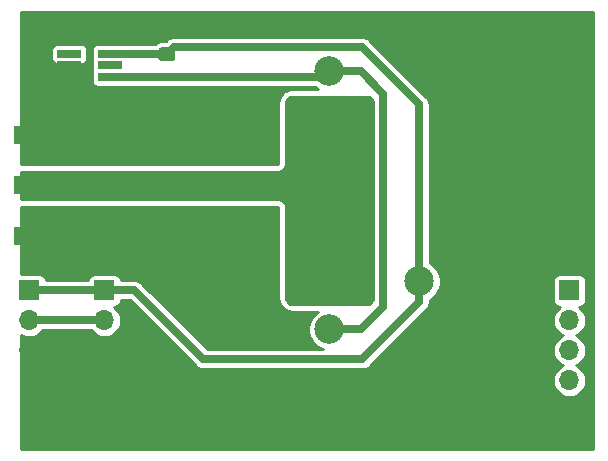
<source format=gbr>
G04 #@! TF.GenerationSoftware,KiCad,Pcbnew,(5.1.0)-1*
G04 #@! TF.CreationDate,2019-05-07T15:27:41-07:00*
G04 #@! TF.ProjectId,ADC Comparators,41444320-436f-46d7-9061-7261746f7273,rev?*
G04 #@! TF.SameCoordinates,Original*
G04 #@! TF.FileFunction,Copper,L2,Bot*
G04 #@! TF.FilePolarity,Positive*
%FSLAX46Y46*%
G04 Gerber Fmt 4.6, Leading zero omitted, Abs format (unit mm)*
G04 Created by KiCad (PCBNEW (5.1.0)-1) date 2019-05-07 15:27:41*
%MOMM*%
%LPD*%
G04 APERTURE LIST*
%ADD10R,2.000000X0.650000*%
%ADD11O,1.700000X1.700000*%
%ADD12R,1.700000X1.700000*%
%ADD13R,5.080000X1.500000*%
%ADD14C,0.100000*%
%ADD15C,1.150000*%
%ADD16C,2.500000*%
%ADD17C,0.635000*%
%ADD18C,0.254000*%
G04 APERTURE END LIST*
D10*
X198560000Y-122870000D03*
X198560000Y-121920000D03*
X198560000Y-120970000D03*
X195140000Y-120970000D03*
X195140000Y-121920000D03*
X195140000Y-122870000D03*
D11*
X237490000Y-148590000D03*
X237490000Y-146050000D03*
X237490000Y-143510000D03*
D12*
X237490000Y-140970000D03*
D13*
X193040000Y-132080000D03*
X193040000Y-127830000D03*
X193040000Y-136330000D03*
D11*
X191770000Y-146050000D03*
X191770000Y-143510000D03*
D12*
X191770000Y-140970000D03*
D11*
X198120000Y-146050000D03*
X198120000Y-143510000D03*
D12*
X198120000Y-140970000D03*
D14*
G36*
X203865005Y-118352704D02*
G01*
X203889273Y-118356304D01*
X203913072Y-118362265D01*
X203936171Y-118370530D01*
X203958350Y-118381020D01*
X203979393Y-118393632D01*
X203999099Y-118408247D01*
X204017277Y-118424723D01*
X204033753Y-118442901D01*
X204048368Y-118462607D01*
X204060980Y-118483650D01*
X204071470Y-118505829D01*
X204079735Y-118528928D01*
X204085696Y-118552727D01*
X204089296Y-118576995D01*
X204090500Y-118601499D01*
X204090500Y-119251501D01*
X204089296Y-119276005D01*
X204085696Y-119300273D01*
X204079735Y-119324072D01*
X204071470Y-119347171D01*
X204060980Y-119369350D01*
X204048368Y-119390393D01*
X204033753Y-119410099D01*
X204017277Y-119428277D01*
X203999099Y-119444753D01*
X203979393Y-119459368D01*
X203958350Y-119471980D01*
X203936171Y-119482470D01*
X203913072Y-119490735D01*
X203889273Y-119496696D01*
X203865005Y-119500296D01*
X203840501Y-119501500D01*
X202940499Y-119501500D01*
X202915995Y-119500296D01*
X202891727Y-119496696D01*
X202867928Y-119490735D01*
X202844829Y-119482470D01*
X202822650Y-119471980D01*
X202801607Y-119459368D01*
X202781901Y-119444753D01*
X202763723Y-119428277D01*
X202747247Y-119410099D01*
X202732632Y-119390393D01*
X202720020Y-119369350D01*
X202709530Y-119347171D01*
X202701265Y-119324072D01*
X202695304Y-119300273D01*
X202691704Y-119276005D01*
X202690500Y-119251501D01*
X202690500Y-118601499D01*
X202691704Y-118576995D01*
X202695304Y-118552727D01*
X202701265Y-118528928D01*
X202709530Y-118505829D01*
X202720020Y-118483650D01*
X202732632Y-118462607D01*
X202747247Y-118442901D01*
X202763723Y-118424723D01*
X202781901Y-118408247D01*
X202801607Y-118393632D01*
X202822650Y-118381020D01*
X202844829Y-118370530D01*
X202867928Y-118362265D01*
X202891727Y-118356304D01*
X202915995Y-118352704D01*
X202940499Y-118351500D01*
X203840501Y-118351500D01*
X203865005Y-118352704D01*
X203865005Y-118352704D01*
G37*
D15*
X203390500Y-118926500D03*
D14*
G36*
X203865005Y-120402704D02*
G01*
X203889273Y-120406304D01*
X203913072Y-120412265D01*
X203936171Y-120420530D01*
X203958350Y-120431020D01*
X203979393Y-120443632D01*
X203999099Y-120458247D01*
X204017277Y-120474723D01*
X204033753Y-120492901D01*
X204048368Y-120512607D01*
X204060980Y-120533650D01*
X204071470Y-120555829D01*
X204079735Y-120578928D01*
X204085696Y-120602727D01*
X204089296Y-120626995D01*
X204090500Y-120651499D01*
X204090500Y-121301501D01*
X204089296Y-121326005D01*
X204085696Y-121350273D01*
X204079735Y-121374072D01*
X204071470Y-121397171D01*
X204060980Y-121419350D01*
X204048368Y-121440393D01*
X204033753Y-121460099D01*
X204017277Y-121478277D01*
X203999099Y-121494753D01*
X203979393Y-121509368D01*
X203958350Y-121521980D01*
X203936171Y-121532470D01*
X203913072Y-121540735D01*
X203889273Y-121546696D01*
X203865005Y-121550296D01*
X203840501Y-121551500D01*
X202940499Y-121551500D01*
X202915995Y-121550296D01*
X202891727Y-121546696D01*
X202867928Y-121540735D01*
X202844829Y-121532470D01*
X202822650Y-121521980D01*
X202801607Y-121509368D01*
X202781901Y-121494753D01*
X202763723Y-121478277D01*
X202747247Y-121460099D01*
X202732632Y-121440393D01*
X202720020Y-121419350D01*
X202709530Y-121397171D01*
X202701265Y-121374072D01*
X202695304Y-121350273D01*
X202691704Y-121326005D01*
X202690500Y-121301501D01*
X202690500Y-120651499D01*
X202691704Y-120626995D01*
X202695304Y-120602727D01*
X202701265Y-120578928D01*
X202709530Y-120555829D01*
X202720020Y-120533650D01*
X202732632Y-120512607D01*
X202747247Y-120492901D01*
X202763723Y-120474723D01*
X202781901Y-120458247D01*
X202801607Y-120443632D01*
X202822650Y-120431020D01*
X202844829Y-120420530D01*
X202867928Y-120412265D01*
X202891727Y-120406304D01*
X202915995Y-120402704D01*
X202940499Y-120401500D01*
X203840501Y-120401500D01*
X203865005Y-120402704D01*
X203865005Y-120402704D01*
G37*
D15*
X203390500Y-120976500D03*
D16*
X235204000Y-133350000D03*
X211328000Y-149352000D03*
X223266000Y-149225000D03*
X230505000Y-149225000D03*
X197358000Y-136652000D03*
X209550000Y-125730000D03*
X224790000Y-140208000D03*
X217170000Y-122428000D03*
X217170000Y-144272000D03*
X217170000Y-127000000D03*
X217170000Y-139700000D03*
D17*
X203384000Y-120970000D02*
X203390500Y-120976500D01*
X198560000Y-120970000D02*
X203384000Y-120970000D01*
X196413822Y-140970000D02*
X191770000Y-140970000D01*
X198120000Y-140970000D02*
X196413822Y-140970000D01*
X204013872Y-120353128D02*
X203390500Y-120976500D01*
X219921128Y-120353128D02*
X204013872Y-120353128D01*
X224790000Y-140208000D02*
X224790000Y-125222000D01*
X224790000Y-125222000D02*
X219921128Y-120353128D01*
X224790000Y-141975766D02*
X224790000Y-140208000D01*
X219953766Y-146812000D02*
X224790000Y-141975766D01*
X206502000Y-146812000D02*
X219953766Y-146812000D01*
X198120000Y-140970000D02*
X200660000Y-140970000D01*
X200660000Y-140970000D02*
X206502000Y-146812000D01*
X219837000Y-122428000D02*
X217170000Y-122428000D01*
X221742000Y-124333000D02*
X219837000Y-122428000D01*
X221742000Y-142367000D02*
X221742000Y-124333000D01*
X217170000Y-144272000D02*
X219837000Y-144272000D01*
X219837000Y-144272000D02*
X221742000Y-142367000D01*
X216728000Y-122870000D02*
X217170000Y-122428000D01*
X198560000Y-122870000D02*
X216728000Y-122870000D01*
X198120000Y-143510000D02*
X191770000Y-143510000D01*
D18*
G36*
X239446601Y-154356600D02*
G01*
X191083400Y-154356600D01*
X191083400Y-144711624D01*
X191238034Y-144794278D01*
X191498806Y-144873383D01*
X191702044Y-144893400D01*
X191837956Y-144893400D01*
X192041194Y-144873383D01*
X192301966Y-144794278D01*
X192542294Y-144665820D01*
X192752944Y-144492944D01*
X192861310Y-144360900D01*
X197028690Y-144360900D01*
X197137056Y-144492944D01*
X197347706Y-144665820D01*
X197588034Y-144794278D01*
X197848806Y-144873383D01*
X198052044Y-144893400D01*
X198187956Y-144893400D01*
X198391194Y-144873383D01*
X198651966Y-144794278D01*
X198892294Y-144665820D01*
X199102944Y-144492944D01*
X199275820Y-144282294D01*
X199404278Y-144041966D01*
X199483383Y-143781194D01*
X199510093Y-143510000D01*
X199483383Y-143238806D01*
X199404278Y-142978034D01*
X199275820Y-142737706D01*
X199102944Y-142527056D01*
X198894487Y-142355980D01*
X198970000Y-142355980D01*
X199074565Y-142345681D01*
X199175111Y-142315181D01*
X199267775Y-142265651D01*
X199348995Y-142198995D01*
X199415651Y-142117775D01*
X199465181Y-142025111D01*
X199495681Y-141924565D01*
X199505891Y-141820900D01*
X200307546Y-141820900D01*
X205870766Y-147384120D01*
X205897412Y-147416588D01*
X206026978Y-147522921D01*
X206174799Y-147601933D01*
X206335194Y-147650588D01*
X206460200Y-147662900D01*
X206460207Y-147662900D01*
X206502000Y-147667016D01*
X206543793Y-147662900D01*
X219911973Y-147662900D01*
X219953766Y-147667016D01*
X219995559Y-147662900D01*
X219995566Y-147662900D01*
X220120572Y-147650588D01*
X220280967Y-147601933D01*
X220428788Y-147522921D01*
X220558354Y-147416588D01*
X220585000Y-147384120D01*
X224459120Y-143510000D01*
X236099907Y-143510000D01*
X236126617Y-143781194D01*
X236205722Y-144041966D01*
X236334180Y-144282294D01*
X236507056Y-144492944D01*
X236717706Y-144665820D01*
X236931322Y-144780000D01*
X236717706Y-144894180D01*
X236507056Y-145067056D01*
X236334180Y-145277706D01*
X236205722Y-145518034D01*
X236126617Y-145778806D01*
X236099907Y-146050000D01*
X236126617Y-146321194D01*
X236205722Y-146581966D01*
X236334180Y-146822294D01*
X236507056Y-147032944D01*
X236717706Y-147205820D01*
X236931322Y-147320000D01*
X236717706Y-147434180D01*
X236507056Y-147607056D01*
X236334180Y-147817706D01*
X236205722Y-148058034D01*
X236126617Y-148318806D01*
X236099907Y-148590000D01*
X236126617Y-148861194D01*
X236205722Y-149121966D01*
X236334180Y-149362294D01*
X236507056Y-149572944D01*
X236717706Y-149745820D01*
X236958034Y-149874278D01*
X237218806Y-149953383D01*
X237422044Y-149973400D01*
X237557956Y-149973400D01*
X237761194Y-149953383D01*
X238021966Y-149874278D01*
X238262294Y-149745820D01*
X238472944Y-149572944D01*
X238645820Y-149362294D01*
X238774278Y-149121966D01*
X238853383Y-148861194D01*
X238880093Y-148590000D01*
X238853383Y-148318806D01*
X238774278Y-148058034D01*
X238645820Y-147817706D01*
X238472944Y-147607056D01*
X238262294Y-147434180D01*
X238048678Y-147320000D01*
X238262294Y-147205820D01*
X238472944Y-147032944D01*
X238645820Y-146822294D01*
X238774278Y-146581966D01*
X238853383Y-146321194D01*
X238880093Y-146050000D01*
X238853383Y-145778806D01*
X238774278Y-145518034D01*
X238645820Y-145277706D01*
X238472944Y-145067056D01*
X238262294Y-144894180D01*
X238048678Y-144780000D01*
X238262294Y-144665820D01*
X238472944Y-144492944D01*
X238645820Y-144282294D01*
X238774278Y-144041966D01*
X238853383Y-143781194D01*
X238880093Y-143510000D01*
X238853383Y-143238806D01*
X238774278Y-142978034D01*
X238645820Y-142737706D01*
X238472944Y-142527056D01*
X238264487Y-142355980D01*
X238340000Y-142355980D01*
X238444565Y-142345681D01*
X238545111Y-142315181D01*
X238637775Y-142265651D01*
X238718995Y-142198995D01*
X238785651Y-142117775D01*
X238835181Y-142025111D01*
X238865681Y-141924565D01*
X238875980Y-141820000D01*
X238875980Y-140120000D01*
X238865681Y-140015435D01*
X238835181Y-139914889D01*
X238785651Y-139822225D01*
X238718995Y-139741005D01*
X238637775Y-139674349D01*
X238545111Y-139624819D01*
X238444565Y-139594319D01*
X238340000Y-139584020D01*
X236640000Y-139584020D01*
X236535435Y-139594319D01*
X236434889Y-139624819D01*
X236342225Y-139674349D01*
X236261005Y-139741005D01*
X236194349Y-139822225D01*
X236144819Y-139914889D01*
X236114319Y-140015435D01*
X236104020Y-140120000D01*
X236104020Y-141820000D01*
X236114319Y-141924565D01*
X236144819Y-142025111D01*
X236194349Y-142117775D01*
X236261005Y-142198995D01*
X236342225Y-142265651D01*
X236434889Y-142315181D01*
X236535435Y-142345681D01*
X236640000Y-142355980D01*
X236715513Y-142355980D01*
X236507056Y-142527056D01*
X236334180Y-142737706D01*
X236205722Y-142978034D01*
X236126617Y-143238806D01*
X236099907Y-143510000D01*
X224459120Y-143510000D01*
X225362121Y-142606999D01*
X225394588Y-142580354D01*
X225500921Y-142450788D01*
X225579933Y-142302967D01*
X225628588Y-142142572D01*
X225640900Y-142017566D01*
X225640900Y-142017559D01*
X225645016Y-141975766D01*
X225640900Y-141933973D01*
X225640900Y-141784323D01*
X225926851Y-141593257D01*
X226175257Y-141344851D01*
X226370428Y-141052757D01*
X226504865Y-140728199D01*
X226573400Y-140383650D01*
X226573400Y-140032350D01*
X226504865Y-139687801D01*
X226370428Y-139363243D01*
X226175257Y-139071149D01*
X225926851Y-138822743D01*
X225640900Y-138631677D01*
X225640900Y-125263793D01*
X225645016Y-125222000D01*
X225640900Y-125180207D01*
X225640900Y-125180200D01*
X225628588Y-125055194D01*
X225579933Y-124894799D01*
X225500921Y-124746978D01*
X225394588Y-124617412D01*
X225362120Y-124590766D01*
X220552362Y-119781008D01*
X220525716Y-119748540D01*
X220396150Y-119642207D01*
X220248329Y-119563195D01*
X220087934Y-119514540D01*
X219962928Y-119502228D01*
X219962921Y-119502228D01*
X219921128Y-119498112D01*
X219879335Y-119502228D01*
X204055664Y-119502228D01*
X204013871Y-119498112D01*
X203972078Y-119502228D01*
X203972072Y-119502228D01*
X203847066Y-119514540D01*
X203686671Y-119563195D01*
X203538850Y-119642207D01*
X203484550Y-119686770D01*
X203441751Y-119721894D01*
X203441747Y-119721898D01*
X203409284Y-119748540D01*
X203382642Y-119781003D01*
X203298125Y-119865520D01*
X202940499Y-119865520D01*
X202787162Y-119880622D01*
X202639718Y-119925349D01*
X202503832Y-119997981D01*
X202384728Y-120095728D01*
X202365547Y-120119100D01*
X199662342Y-120119100D01*
X199560000Y-120109020D01*
X197560000Y-120109020D01*
X197455435Y-120119319D01*
X197354889Y-120149819D01*
X197262225Y-120199349D01*
X197181005Y-120266005D01*
X197114349Y-120347225D01*
X197064819Y-120439889D01*
X197034319Y-120540435D01*
X197024020Y-120645000D01*
X197024020Y-121295000D01*
X197034319Y-121399565D01*
X197048101Y-121445000D01*
X197034319Y-121490435D01*
X197024020Y-121595000D01*
X197024020Y-122245000D01*
X197034319Y-122349565D01*
X197048101Y-122395000D01*
X197034319Y-122440435D01*
X197024020Y-122545000D01*
X197024020Y-123195000D01*
X197034319Y-123299565D01*
X197064819Y-123400111D01*
X197114349Y-123492775D01*
X197181005Y-123573995D01*
X197262225Y-123640651D01*
X197354889Y-123690181D01*
X197455435Y-123720681D01*
X197560000Y-123730980D01*
X199560000Y-123730980D01*
X199662342Y-123720900D01*
X215940792Y-123720900D01*
X216033149Y-123813257D01*
X216202779Y-123926600D01*
X213995000Y-123926600D01*
X213925378Y-123931163D01*
X213761028Y-123952800D01*
X213626526Y-123988840D01*
X213473376Y-124052277D01*
X213352788Y-124121899D01*
X213221275Y-124222812D01*
X213122812Y-124321275D01*
X213021899Y-124452788D01*
X212952277Y-124573376D01*
X212888840Y-124726526D01*
X212852800Y-124861028D01*
X212831163Y-125025378D01*
X212826600Y-125095000D01*
X212826600Y-130140038D01*
X212818692Y-130200106D01*
X212809001Y-130223501D01*
X212793588Y-130243588D01*
X212773501Y-130259001D01*
X212750106Y-130268692D01*
X212690038Y-130276600D01*
X191135000Y-130276600D01*
X191083400Y-130279982D01*
X191083400Y-120645000D01*
X193604020Y-120645000D01*
X193604020Y-121295000D01*
X193614319Y-121399565D01*
X193644819Y-121500111D01*
X193694349Y-121592775D01*
X193761005Y-121673995D01*
X193842225Y-121740651D01*
X193934889Y-121790181D01*
X194035435Y-121820681D01*
X194140000Y-121830980D01*
X196140000Y-121830980D01*
X196244565Y-121820681D01*
X196345111Y-121790181D01*
X196437775Y-121740651D01*
X196518995Y-121673995D01*
X196585651Y-121592775D01*
X196635181Y-121500111D01*
X196665681Y-121399565D01*
X196675980Y-121295000D01*
X196675980Y-120645000D01*
X196665681Y-120540435D01*
X196635181Y-120439889D01*
X196585651Y-120347225D01*
X196518995Y-120266005D01*
X196437775Y-120199349D01*
X196345111Y-120149819D01*
X196244565Y-120119319D01*
X196140000Y-120109020D01*
X194140000Y-120109020D01*
X194035435Y-120119319D01*
X193934889Y-120149819D01*
X193842225Y-120199349D01*
X193761005Y-120266005D01*
X193694349Y-120347225D01*
X193644819Y-120439889D01*
X193614319Y-120540435D01*
X193604020Y-120645000D01*
X191083400Y-120645000D01*
X191083400Y-117423400D01*
X239446600Y-117423400D01*
X239446601Y-154356600D01*
X239446601Y-154356600D01*
G37*
X239446601Y-154356600D02*
X191083400Y-154356600D01*
X191083400Y-144711624D01*
X191238034Y-144794278D01*
X191498806Y-144873383D01*
X191702044Y-144893400D01*
X191837956Y-144893400D01*
X192041194Y-144873383D01*
X192301966Y-144794278D01*
X192542294Y-144665820D01*
X192752944Y-144492944D01*
X192861310Y-144360900D01*
X197028690Y-144360900D01*
X197137056Y-144492944D01*
X197347706Y-144665820D01*
X197588034Y-144794278D01*
X197848806Y-144873383D01*
X198052044Y-144893400D01*
X198187956Y-144893400D01*
X198391194Y-144873383D01*
X198651966Y-144794278D01*
X198892294Y-144665820D01*
X199102944Y-144492944D01*
X199275820Y-144282294D01*
X199404278Y-144041966D01*
X199483383Y-143781194D01*
X199510093Y-143510000D01*
X199483383Y-143238806D01*
X199404278Y-142978034D01*
X199275820Y-142737706D01*
X199102944Y-142527056D01*
X198894487Y-142355980D01*
X198970000Y-142355980D01*
X199074565Y-142345681D01*
X199175111Y-142315181D01*
X199267775Y-142265651D01*
X199348995Y-142198995D01*
X199415651Y-142117775D01*
X199465181Y-142025111D01*
X199495681Y-141924565D01*
X199505891Y-141820900D01*
X200307546Y-141820900D01*
X205870766Y-147384120D01*
X205897412Y-147416588D01*
X206026978Y-147522921D01*
X206174799Y-147601933D01*
X206335194Y-147650588D01*
X206460200Y-147662900D01*
X206460207Y-147662900D01*
X206502000Y-147667016D01*
X206543793Y-147662900D01*
X219911973Y-147662900D01*
X219953766Y-147667016D01*
X219995559Y-147662900D01*
X219995566Y-147662900D01*
X220120572Y-147650588D01*
X220280967Y-147601933D01*
X220428788Y-147522921D01*
X220558354Y-147416588D01*
X220585000Y-147384120D01*
X224459120Y-143510000D01*
X236099907Y-143510000D01*
X236126617Y-143781194D01*
X236205722Y-144041966D01*
X236334180Y-144282294D01*
X236507056Y-144492944D01*
X236717706Y-144665820D01*
X236931322Y-144780000D01*
X236717706Y-144894180D01*
X236507056Y-145067056D01*
X236334180Y-145277706D01*
X236205722Y-145518034D01*
X236126617Y-145778806D01*
X236099907Y-146050000D01*
X236126617Y-146321194D01*
X236205722Y-146581966D01*
X236334180Y-146822294D01*
X236507056Y-147032944D01*
X236717706Y-147205820D01*
X236931322Y-147320000D01*
X236717706Y-147434180D01*
X236507056Y-147607056D01*
X236334180Y-147817706D01*
X236205722Y-148058034D01*
X236126617Y-148318806D01*
X236099907Y-148590000D01*
X236126617Y-148861194D01*
X236205722Y-149121966D01*
X236334180Y-149362294D01*
X236507056Y-149572944D01*
X236717706Y-149745820D01*
X236958034Y-149874278D01*
X237218806Y-149953383D01*
X237422044Y-149973400D01*
X237557956Y-149973400D01*
X237761194Y-149953383D01*
X238021966Y-149874278D01*
X238262294Y-149745820D01*
X238472944Y-149572944D01*
X238645820Y-149362294D01*
X238774278Y-149121966D01*
X238853383Y-148861194D01*
X238880093Y-148590000D01*
X238853383Y-148318806D01*
X238774278Y-148058034D01*
X238645820Y-147817706D01*
X238472944Y-147607056D01*
X238262294Y-147434180D01*
X238048678Y-147320000D01*
X238262294Y-147205820D01*
X238472944Y-147032944D01*
X238645820Y-146822294D01*
X238774278Y-146581966D01*
X238853383Y-146321194D01*
X238880093Y-146050000D01*
X238853383Y-145778806D01*
X238774278Y-145518034D01*
X238645820Y-145277706D01*
X238472944Y-145067056D01*
X238262294Y-144894180D01*
X238048678Y-144780000D01*
X238262294Y-144665820D01*
X238472944Y-144492944D01*
X238645820Y-144282294D01*
X238774278Y-144041966D01*
X238853383Y-143781194D01*
X238880093Y-143510000D01*
X238853383Y-143238806D01*
X238774278Y-142978034D01*
X238645820Y-142737706D01*
X238472944Y-142527056D01*
X238264487Y-142355980D01*
X238340000Y-142355980D01*
X238444565Y-142345681D01*
X238545111Y-142315181D01*
X238637775Y-142265651D01*
X238718995Y-142198995D01*
X238785651Y-142117775D01*
X238835181Y-142025111D01*
X238865681Y-141924565D01*
X238875980Y-141820000D01*
X238875980Y-140120000D01*
X238865681Y-140015435D01*
X238835181Y-139914889D01*
X238785651Y-139822225D01*
X238718995Y-139741005D01*
X238637775Y-139674349D01*
X238545111Y-139624819D01*
X238444565Y-139594319D01*
X238340000Y-139584020D01*
X236640000Y-139584020D01*
X236535435Y-139594319D01*
X236434889Y-139624819D01*
X236342225Y-139674349D01*
X236261005Y-139741005D01*
X236194349Y-139822225D01*
X236144819Y-139914889D01*
X236114319Y-140015435D01*
X236104020Y-140120000D01*
X236104020Y-141820000D01*
X236114319Y-141924565D01*
X236144819Y-142025111D01*
X236194349Y-142117775D01*
X236261005Y-142198995D01*
X236342225Y-142265651D01*
X236434889Y-142315181D01*
X236535435Y-142345681D01*
X236640000Y-142355980D01*
X236715513Y-142355980D01*
X236507056Y-142527056D01*
X236334180Y-142737706D01*
X236205722Y-142978034D01*
X236126617Y-143238806D01*
X236099907Y-143510000D01*
X224459120Y-143510000D01*
X225362121Y-142606999D01*
X225394588Y-142580354D01*
X225500921Y-142450788D01*
X225579933Y-142302967D01*
X225628588Y-142142572D01*
X225640900Y-142017566D01*
X225640900Y-142017559D01*
X225645016Y-141975766D01*
X225640900Y-141933973D01*
X225640900Y-141784323D01*
X225926851Y-141593257D01*
X226175257Y-141344851D01*
X226370428Y-141052757D01*
X226504865Y-140728199D01*
X226573400Y-140383650D01*
X226573400Y-140032350D01*
X226504865Y-139687801D01*
X226370428Y-139363243D01*
X226175257Y-139071149D01*
X225926851Y-138822743D01*
X225640900Y-138631677D01*
X225640900Y-125263793D01*
X225645016Y-125222000D01*
X225640900Y-125180207D01*
X225640900Y-125180200D01*
X225628588Y-125055194D01*
X225579933Y-124894799D01*
X225500921Y-124746978D01*
X225394588Y-124617412D01*
X225362120Y-124590766D01*
X220552362Y-119781008D01*
X220525716Y-119748540D01*
X220396150Y-119642207D01*
X220248329Y-119563195D01*
X220087934Y-119514540D01*
X219962928Y-119502228D01*
X219962921Y-119502228D01*
X219921128Y-119498112D01*
X219879335Y-119502228D01*
X204055664Y-119502228D01*
X204013871Y-119498112D01*
X203972078Y-119502228D01*
X203972072Y-119502228D01*
X203847066Y-119514540D01*
X203686671Y-119563195D01*
X203538850Y-119642207D01*
X203484550Y-119686770D01*
X203441751Y-119721894D01*
X203441747Y-119721898D01*
X203409284Y-119748540D01*
X203382642Y-119781003D01*
X203298125Y-119865520D01*
X202940499Y-119865520D01*
X202787162Y-119880622D01*
X202639718Y-119925349D01*
X202503832Y-119997981D01*
X202384728Y-120095728D01*
X202365547Y-120119100D01*
X199662342Y-120119100D01*
X199560000Y-120109020D01*
X197560000Y-120109020D01*
X197455435Y-120119319D01*
X197354889Y-120149819D01*
X197262225Y-120199349D01*
X197181005Y-120266005D01*
X197114349Y-120347225D01*
X197064819Y-120439889D01*
X197034319Y-120540435D01*
X197024020Y-120645000D01*
X197024020Y-121295000D01*
X197034319Y-121399565D01*
X197048101Y-121445000D01*
X197034319Y-121490435D01*
X197024020Y-121595000D01*
X197024020Y-122245000D01*
X197034319Y-122349565D01*
X197048101Y-122395000D01*
X197034319Y-122440435D01*
X197024020Y-122545000D01*
X197024020Y-123195000D01*
X197034319Y-123299565D01*
X197064819Y-123400111D01*
X197114349Y-123492775D01*
X197181005Y-123573995D01*
X197262225Y-123640651D01*
X197354889Y-123690181D01*
X197455435Y-123720681D01*
X197560000Y-123730980D01*
X199560000Y-123730980D01*
X199662342Y-123720900D01*
X215940792Y-123720900D01*
X216033149Y-123813257D01*
X216202779Y-123926600D01*
X213995000Y-123926600D01*
X213925378Y-123931163D01*
X213761028Y-123952800D01*
X213626526Y-123988840D01*
X213473376Y-124052277D01*
X213352788Y-124121899D01*
X213221275Y-124222812D01*
X213122812Y-124321275D01*
X213021899Y-124452788D01*
X212952277Y-124573376D01*
X212888840Y-124726526D01*
X212852800Y-124861028D01*
X212831163Y-125025378D01*
X212826600Y-125095000D01*
X212826600Y-130140038D01*
X212818692Y-130200106D01*
X212809001Y-130223501D01*
X212793588Y-130243588D01*
X212773501Y-130259001D01*
X212750106Y-130268692D01*
X212690038Y-130276600D01*
X191135000Y-130276600D01*
X191083400Y-130279982D01*
X191083400Y-120645000D01*
X193604020Y-120645000D01*
X193604020Y-121295000D01*
X193614319Y-121399565D01*
X193644819Y-121500111D01*
X193694349Y-121592775D01*
X193761005Y-121673995D01*
X193842225Y-121740651D01*
X193934889Y-121790181D01*
X194035435Y-121820681D01*
X194140000Y-121830980D01*
X196140000Y-121830980D01*
X196244565Y-121820681D01*
X196345111Y-121790181D01*
X196437775Y-121740651D01*
X196518995Y-121673995D01*
X196585651Y-121592775D01*
X196635181Y-121500111D01*
X196665681Y-121399565D01*
X196675980Y-121295000D01*
X196675980Y-120645000D01*
X196665681Y-120540435D01*
X196635181Y-120439889D01*
X196585651Y-120347225D01*
X196518995Y-120266005D01*
X196437775Y-120199349D01*
X196345111Y-120149819D01*
X196244565Y-120119319D01*
X196140000Y-120109020D01*
X194140000Y-120109020D01*
X194035435Y-120119319D01*
X193934889Y-120149819D01*
X193842225Y-120199349D01*
X193761005Y-120266005D01*
X193694349Y-120347225D01*
X193644819Y-120439889D01*
X193614319Y-120540435D01*
X193604020Y-120645000D01*
X191083400Y-120645000D01*
X191083400Y-117423400D01*
X239446600Y-117423400D01*
X239446601Y-154356600D01*
G36*
X191135000Y-133883400D02*
G01*
X212690038Y-133883400D01*
X212750106Y-133891308D01*
X212773501Y-133900999D01*
X212793588Y-133916412D01*
X212809001Y-133936499D01*
X212818692Y-133959894D01*
X212826600Y-134019962D01*
X212826600Y-141605000D01*
X212831163Y-141674622D01*
X212852800Y-141838972D01*
X212888840Y-141973474D01*
X212952277Y-142126624D01*
X213021899Y-142247212D01*
X213122812Y-142378725D01*
X213221275Y-142477188D01*
X213352788Y-142578101D01*
X213473376Y-142647723D01*
X213626526Y-142711160D01*
X213761028Y-142747200D01*
X213925378Y-142768837D01*
X213995000Y-142773400D01*
X216202779Y-142773400D01*
X216033149Y-142886743D01*
X215784743Y-143135149D01*
X215589572Y-143427243D01*
X215455135Y-143751801D01*
X215386600Y-144096350D01*
X215386600Y-144447650D01*
X215455135Y-144792199D01*
X215589572Y-145116757D01*
X215784743Y-145408851D01*
X216033149Y-145657257D01*
X216325243Y-145852428D01*
X216587599Y-145961100D01*
X206854454Y-145961100D01*
X201291234Y-140397880D01*
X201264588Y-140365412D01*
X201135022Y-140259079D01*
X200987201Y-140180067D01*
X200826806Y-140131412D01*
X200701800Y-140119100D01*
X200701793Y-140119100D01*
X200660000Y-140114984D01*
X200618207Y-140119100D01*
X199505891Y-140119100D01*
X199495681Y-140015435D01*
X199465181Y-139914889D01*
X199415651Y-139822225D01*
X199348995Y-139741005D01*
X199267775Y-139674349D01*
X199175111Y-139624819D01*
X199074565Y-139594319D01*
X198970000Y-139584020D01*
X197270000Y-139584020D01*
X197165435Y-139594319D01*
X197064889Y-139624819D01*
X196972225Y-139674349D01*
X196891005Y-139741005D01*
X196824349Y-139822225D01*
X196774819Y-139914889D01*
X196744319Y-140015435D01*
X196734109Y-140119100D01*
X193155891Y-140119100D01*
X193145681Y-140015435D01*
X193115181Y-139914889D01*
X193065651Y-139822225D01*
X192998995Y-139741005D01*
X192917775Y-139674349D01*
X192825111Y-139624819D01*
X192724565Y-139594319D01*
X192620000Y-139584020D01*
X191083400Y-139584020D01*
X191083400Y-133880018D01*
X191135000Y-133883400D01*
X191135000Y-133883400D01*
G37*
X191135000Y-133883400D02*
X212690038Y-133883400D01*
X212750106Y-133891308D01*
X212773501Y-133900999D01*
X212793588Y-133916412D01*
X212809001Y-133936499D01*
X212818692Y-133959894D01*
X212826600Y-134019962D01*
X212826600Y-141605000D01*
X212831163Y-141674622D01*
X212852800Y-141838972D01*
X212888840Y-141973474D01*
X212952277Y-142126624D01*
X213021899Y-142247212D01*
X213122812Y-142378725D01*
X213221275Y-142477188D01*
X213352788Y-142578101D01*
X213473376Y-142647723D01*
X213626526Y-142711160D01*
X213761028Y-142747200D01*
X213925378Y-142768837D01*
X213995000Y-142773400D01*
X216202779Y-142773400D01*
X216033149Y-142886743D01*
X215784743Y-143135149D01*
X215589572Y-143427243D01*
X215455135Y-143751801D01*
X215386600Y-144096350D01*
X215386600Y-144447650D01*
X215455135Y-144792199D01*
X215589572Y-145116757D01*
X215784743Y-145408851D01*
X216033149Y-145657257D01*
X216325243Y-145852428D01*
X216587599Y-145961100D01*
X206854454Y-145961100D01*
X201291234Y-140397880D01*
X201264588Y-140365412D01*
X201135022Y-140259079D01*
X200987201Y-140180067D01*
X200826806Y-140131412D01*
X200701800Y-140119100D01*
X200701793Y-140119100D01*
X200660000Y-140114984D01*
X200618207Y-140119100D01*
X199505891Y-140119100D01*
X199495681Y-140015435D01*
X199465181Y-139914889D01*
X199415651Y-139822225D01*
X199348995Y-139741005D01*
X199267775Y-139674349D01*
X199175111Y-139624819D01*
X199074565Y-139594319D01*
X198970000Y-139584020D01*
X197270000Y-139584020D01*
X197165435Y-139594319D01*
X197064889Y-139624819D01*
X196972225Y-139674349D01*
X196891005Y-139741005D01*
X196824349Y-139822225D01*
X196774819Y-139914889D01*
X196744319Y-140015435D01*
X196734109Y-140119100D01*
X193155891Y-140119100D01*
X193145681Y-140015435D01*
X193115181Y-139914889D01*
X193065651Y-139822225D01*
X192998995Y-139741005D01*
X192917775Y-139674349D01*
X192825111Y-139624819D01*
X192724565Y-139594319D01*
X192620000Y-139584020D01*
X191083400Y-139584020D01*
X191083400Y-133880018D01*
X191135000Y-133883400D01*
G36*
X220476197Y-124605369D02*
G01*
X220598454Y-124656010D01*
X220703436Y-124736564D01*
X220783990Y-124841546D01*
X220834631Y-124963803D01*
X220853000Y-125103328D01*
X220853000Y-141596672D01*
X220834631Y-141736197D01*
X220783990Y-141858454D01*
X220703436Y-141963436D01*
X220598454Y-142043990D01*
X220476197Y-142094631D01*
X220336672Y-142113000D01*
X214003328Y-142113000D01*
X213863803Y-142094631D01*
X213741546Y-142043990D01*
X213636564Y-141963436D01*
X213556010Y-141858454D01*
X213505369Y-141736197D01*
X213487000Y-141596672D01*
X213487000Y-133985000D01*
X213485914Y-133968423D01*
X213464277Y-133804073D01*
X213455696Y-133772049D01*
X213392259Y-133618899D01*
X213375682Y-133590188D01*
X213274769Y-133458675D01*
X213251325Y-133435231D01*
X213119812Y-133334318D01*
X213091101Y-133317741D01*
X212937951Y-133254304D01*
X212905927Y-133245723D01*
X212741577Y-133224086D01*
X212725000Y-133223000D01*
X191143328Y-133223000D01*
X191083400Y-133215110D01*
X191083400Y-130944890D01*
X191143328Y-130937000D01*
X212725000Y-130937000D01*
X212741577Y-130935914D01*
X212905927Y-130914277D01*
X212937951Y-130905696D01*
X213091101Y-130842259D01*
X213119812Y-130825682D01*
X213251325Y-130724769D01*
X213274769Y-130701325D01*
X213375682Y-130569812D01*
X213392259Y-130541101D01*
X213455696Y-130387951D01*
X213464277Y-130355927D01*
X213485914Y-130191577D01*
X213487000Y-130175000D01*
X213487000Y-125103328D01*
X213505369Y-124963803D01*
X213556010Y-124841546D01*
X213636564Y-124736564D01*
X213741546Y-124656010D01*
X213863803Y-124605369D01*
X214003328Y-124587000D01*
X220336672Y-124587000D01*
X220476197Y-124605369D01*
X220476197Y-124605369D01*
G37*
X220476197Y-124605369D02*
X220598454Y-124656010D01*
X220703436Y-124736564D01*
X220783990Y-124841546D01*
X220834631Y-124963803D01*
X220853000Y-125103328D01*
X220853000Y-141596672D01*
X220834631Y-141736197D01*
X220783990Y-141858454D01*
X220703436Y-141963436D01*
X220598454Y-142043990D01*
X220476197Y-142094631D01*
X220336672Y-142113000D01*
X214003328Y-142113000D01*
X213863803Y-142094631D01*
X213741546Y-142043990D01*
X213636564Y-141963436D01*
X213556010Y-141858454D01*
X213505369Y-141736197D01*
X213487000Y-141596672D01*
X213487000Y-133985000D01*
X213485914Y-133968423D01*
X213464277Y-133804073D01*
X213455696Y-133772049D01*
X213392259Y-133618899D01*
X213375682Y-133590188D01*
X213274769Y-133458675D01*
X213251325Y-133435231D01*
X213119812Y-133334318D01*
X213091101Y-133317741D01*
X212937951Y-133254304D01*
X212905927Y-133245723D01*
X212741577Y-133224086D01*
X212725000Y-133223000D01*
X191143328Y-133223000D01*
X191083400Y-133215110D01*
X191083400Y-130944890D01*
X191143328Y-130937000D01*
X212725000Y-130937000D01*
X212741577Y-130935914D01*
X212905927Y-130914277D01*
X212937951Y-130905696D01*
X213091101Y-130842259D01*
X213119812Y-130825682D01*
X213251325Y-130724769D01*
X213274769Y-130701325D01*
X213375682Y-130569812D01*
X213392259Y-130541101D01*
X213455696Y-130387951D01*
X213464277Y-130355927D01*
X213485914Y-130191577D01*
X213487000Y-130175000D01*
X213487000Y-125103328D01*
X213505369Y-124963803D01*
X213556010Y-124841546D01*
X213636564Y-124736564D01*
X213741546Y-124656010D01*
X213863803Y-124605369D01*
X214003328Y-124587000D01*
X220336672Y-124587000D01*
X220476197Y-124605369D01*
M02*

</source>
